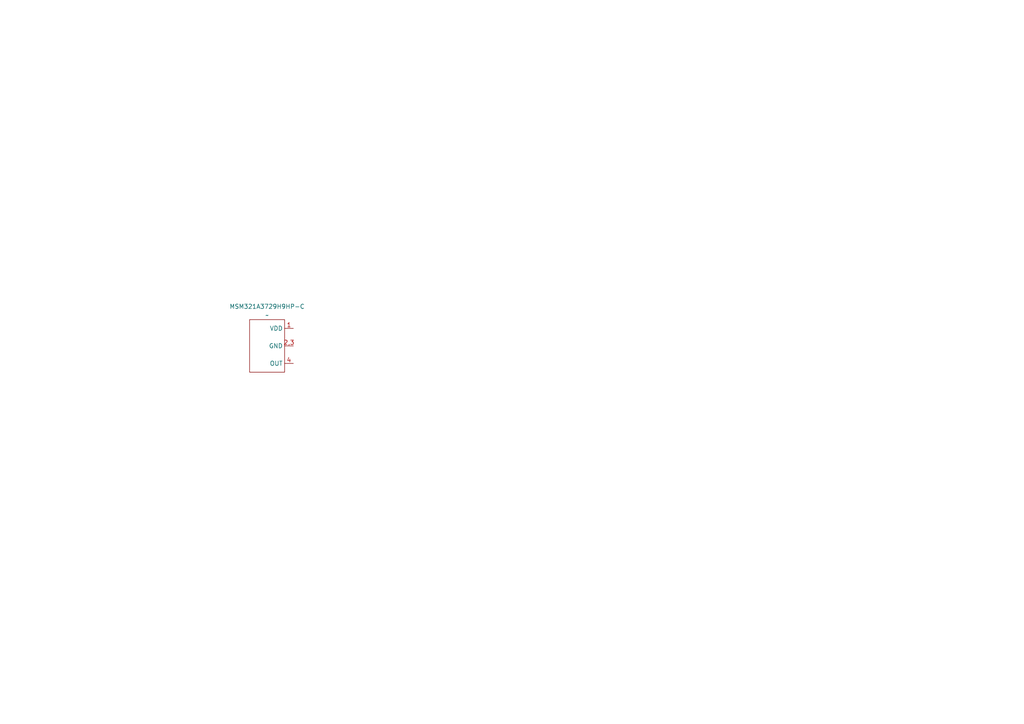
<source format=kicad_sch>
(kicad_sch (version 20231120) (generator "eeschema") (generator_version "8.0")
  (paper "A4")
  (lib_symbols
    (symbol "MEMS mic:MSM321A3729H9HP-C"
      (property "Reference" "MSM321A3729H9HP-C" (at 0 11.43 0))
      (property "Value" "~" (at 0 8.89 0))
      (symbol "MSM321A3729H9HP-C_0_1"
        (rectangle (start -5.08 7.62) (end 5.08 -7.62))
      )
      (symbol "MSM321A3729H9HP-C_1_1"
        (pin power_in line (at 7.62 5.08 180) (length 2.54) (name "VDD") (number "1"))
        (pin power_in line (at 7.62 0 180) (length 2.54) (name "GND") (number "2,3"))
        (pin output line (at 7.62 -5.08 180) (length 2.54) (name "OUT") (number "4"))
      )
    )
  )
  (symbol (lib_id "MEMS mic:MSM321A3729H9HP-C") (at 77.47 100.33 0) (unit 1)
    (property "Reference" "MSM321A3729H9HP-C" (at 77.47 88.9 0))
    (property "Value" "~" (at 77.47 91.44 0))
    (property "Footprint" "Library:MSM321A3739H9HP-C_FP" (effects (hide yes)))
  )
)
</source>
